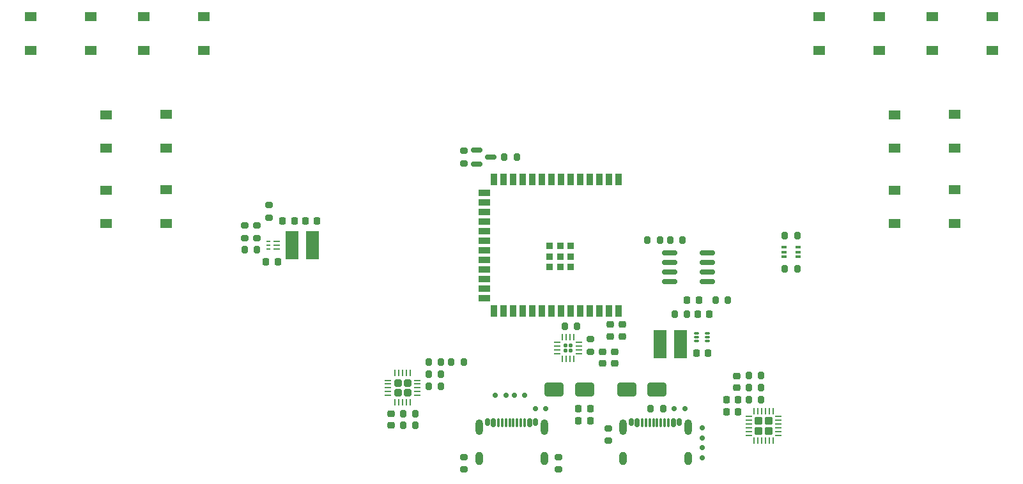
<source format=gbr>
%TF.GenerationSoftware,KiCad,Pcbnew,8.0.4*%
%TF.CreationDate,2024-09-02T08:00:42-07:00*%
%TF.ProjectId,Muffin,4d756666-696e-42e6-9b69-6361645f7063,rev?*%
%TF.SameCoordinates,Original*%
%TF.FileFunction,Paste,Bot*%
%TF.FilePolarity,Positive*%
%FSLAX46Y46*%
G04 Gerber Fmt 4.6, Leading zero omitted, Abs format (unit mm)*
G04 Created by KiCad (PCBNEW 8.0.4) date 2024-09-02 08:00:42*
%MOMM*%
%LPD*%
G01*
G04 APERTURE LIST*
G04 Aperture macros list*
%AMRoundRect*
0 Rectangle with rounded corners*
0 $1 Rounding radius*
0 $2 $3 $4 $5 $6 $7 $8 $9 X,Y pos of 4 corners*
0 Add a 4 corners polygon primitive as box body*
4,1,4,$2,$3,$4,$5,$6,$7,$8,$9,$2,$3,0*
0 Add four circle primitives for the rounded corners*
1,1,$1+$1,$2,$3*
1,1,$1+$1,$4,$5*
1,1,$1+$1,$6,$7*
1,1,$1+$1,$8,$9*
0 Add four rect primitives between the rounded corners*
20,1,$1+$1,$2,$3,$4,$5,0*
20,1,$1+$1,$4,$5,$6,$7,0*
20,1,$1+$1,$6,$7,$8,$9,0*
20,1,$1+$1,$8,$9,$2,$3,0*%
G04 Aperture macros list end*
%ADD10RoundRect,0.100000X0.225000X0.100000X-0.225000X0.100000X-0.225000X-0.100000X0.225000X-0.100000X0*%
%ADD11R,1.600000X1.300000*%
%ADD12RoundRect,0.150000X0.150000X0.355000X-0.150000X0.355000X-0.150000X-0.355000X0.150000X-0.355000X0*%
%ADD13RoundRect,0.150000X0.150000X0.425000X-0.150000X0.425000X-0.150000X-0.425000X0.150000X-0.425000X0*%
%ADD14RoundRect,0.075000X0.075000X0.500000X-0.075000X0.500000X-0.075000X-0.500000X0.075000X-0.500000X0*%
%ADD15O,1.000000X1.800000*%
%ADD16O,1.000000X2.100000*%
%ADD17RoundRect,0.225000X0.225000X0.250000X-0.225000X0.250000X-0.225000X-0.250000X0.225000X-0.250000X0*%
%ADD18RoundRect,0.200000X-0.275000X0.200000X-0.275000X-0.200000X0.275000X-0.200000X0.275000X0.200000X0*%
%ADD19RoundRect,0.250000X-1.000000X-0.650000X1.000000X-0.650000X1.000000X0.650000X-1.000000X0.650000X0*%
%ADD20RoundRect,0.200000X0.275000X-0.200000X0.275000X0.200000X-0.275000X0.200000X-0.275000X-0.200000X0*%
%ADD21RoundRect,0.200000X-0.200000X-0.275000X0.200000X-0.275000X0.200000X0.275000X-0.200000X0.275000X0*%
%ADD22RoundRect,0.225000X-0.250000X0.225000X-0.250000X-0.225000X0.250000X-0.225000X0.250000X0.225000X0*%
%ADD23RoundRect,0.250000X-0.275000X-0.275000X0.275000X-0.275000X0.275000X0.275000X-0.275000X0.275000X0*%
%ADD24RoundRect,0.062500X-0.350000X-0.062500X0.350000X-0.062500X0.350000X0.062500X-0.350000X0.062500X0*%
%ADD25RoundRect,0.062500X-0.062500X-0.350000X0.062500X-0.350000X0.062500X0.350000X-0.062500X0.350000X0*%
%ADD26RoundRect,0.250000X-0.255000X0.255000X-0.255000X-0.255000X0.255000X-0.255000X0.255000X0.255000X0*%
%ADD27RoundRect,0.062500X-0.062500X0.350000X-0.062500X-0.350000X0.062500X-0.350000X0.062500X0.350000X0*%
%ADD28RoundRect,0.062500X-0.350000X0.062500X-0.350000X-0.062500X0.350000X-0.062500X0.350000X0.062500X0*%
%ADD29RoundRect,0.200000X0.200000X0.275000X-0.200000X0.275000X-0.200000X-0.275000X0.200000X-0.275000X0*%
%ADD30RoundRect,0.150000X-0.150000X-0.200000X0.150000X-0.200000X0.150000X0.200000X-0.150000X0.200000X0*%
%ADD31RoundRect,0.125000X-0.125000X0.125000X-0.125000X-0.125000X0.125000X-0.125000X0.125000X0.125000X0*%
%ADD32O,0.600000X0.250000*%
%ADD33O,1.000000X0.250000*%
%ADD34RoundRect,0.225000X0.250000X-0.225000X0.250000X0.225000X-0.250000X0.225000X-0.250000X-0.225000X0*%
%ADD35RoundRect,0.150000X0.200000X-0.150000X0.200000X0.150000X-0.200000X0.150000X-0.200000X-0.150000X0*%
%ADD36RoundRect,0.250000X1.000000X0.650000X-1.000000X0.650000X-1.000000X-0.650000X1.000000X-0.650000X0*%
%ADD37RoundRect,0.150000X-0.587500X-0.150000X0.587500X-0.150000X0.587500X0.150000X-0.587500X0.150000X0*%
%ADD38R,0.900000X0.900000*%
%ADD39R,0.900000X1.500000*%
%ADD40R,1.500000X0.900000*%
%ADD41R,1.700000X3.700000*%
%ADD42RoundRect,0.050000X0.285000X0.100000X-0.285000X0.100000X-0.285000X-0.100000X0.285000X-0.100000X0*%
%ADD43RoundRect,0.150000X-0.200000X0.150000X-0.200000X-0.150000X0.200000X-0.150000X0.200000X0.150000X0*%
%ADD44RoundRect,0.150000X0.150000X0.200000X-0.150000X0.200000X-0.150000X-0.200000X0.150000X-0.200000X0*%
%ADD45RoundRect,0.150000X0.825000X0.150000X-0.825000X0.150000X-0.825000X-0.150000X0.825000X-0.150000X0*%
%ADD46RoundRect,0.225000X-0.225000X-0.250000X0.225000X-0.250000X0.225000X0.250000X-0.225000X0.250000X0*%
G04 APERTURE END LIST*
D10*
%TO.C,Q1*%
X160750000Y-83350000D03*
X160750000Y-84000000D03*
X160750000Y-84650000D03*
X158850000Y-84650000D03*
X158850000Y-84000000D03*
X158850000Y-83350000D03*
%TD*%
D11*
%TO.C,SW4*%
X59000000Y-57250000D03*
X67000000Y-57250000D03*
X59000000Y-52800000D03*
X67000000Y-52750000D03*
%TD*%
D12*
%TO.C,J13*%
X125950000Y-106550000D03*
D13*
X125150000Y-106620000D03*
D14*
X124000000Y-106620000D03*
X123000000Y-106620000D03*
X122500000Y-106620000D03*
X121500000Y-106620000D03*
D13*
X120350000Y-106620000D03*
D12*
X119550000Y-106550000D03*
X119550000Y-106550000D03*
D13*
X120350000Y-106620000D03*
D14*
X121000000Y-106620000D03*
X122000000Y-106620000D03*
X123500000Y-106620000D03*
X124500000Y-106620000D03*
D13*
X125150000Y-106620000D03*
D12*
X125950000Y-106550000D03*
D15*
X127070000Y-111375000D03*
D16*
X127070000Y-107195000D03*
D15*
X118430000Y-111375000D03*
D16*
X118430000Y-107195000D03*
%TD*%
D17*
%TO.C,C3*%
X152775000Y-105200000D03*
X151225000Y-105200000D03*
%TD*%
D18*
%TO.C,R2*%
X135600000Y-107375000D03*
X135600000Y-109025000D03*
%TD*%
D19*
%TO.C,D2*%
X138000000Y-102200000D03*
X142000000Y-102200000D03*
%TD*%
D20*
%TO.C,R25*%
X116400000Y-72225000D03*
X116400000Y-70575000D03*
%TD*%
D21*
%TO.C,R5*%
X154175000Y-102000000D03*
X155825000Y-102000000D03*
%TD*%
D18*
%TO.C,R33*%
X90600000Y-77775000D03*
X90600000Y-79425000D03*
%TD*%
D22*
%TO.C,C33*%
X136400000Y-97225000D03*
X136400000Y-98775000D03*
%TD*%
D21*
%TO.C,R41*%
X108375000Y-107000000D03*
X110025000Y-107000000D03*
%TD*%
D23*
%TO.C,U1*%
X155500000Y-106412500D03*
X155500000Y-107712500D03*
X156800000Y-106412500D03*
X156800000Y-107712500D03*
D24*
X154212500Y-108312500D03*
X154212500Y-107812500D03*
X154212500Y-107312500D03*
X154212500Y-106812500D03*
X154212500Y-106312500D03*
X154212500Y-105812500D03*
D25*
X154900000Y-105125000D03*
X155400000Y-105125000D03*
X155900000Y-105125000D03*
X156400000Y-105125000D03*
X156900000Y-105125000D03*
X157400000Y-105125000D03*
D24*
X158087500Y-105812500D03*
X158087500Y-106312500D03*
X158087500Y-106812500D03*
X158087500Y-107312500D03*
X158087500Y-107812500D03*
X158087500Y-108312500D03*
D25*
X157400000Y-109000000D03*
X156900000Y-109000000D03*
X156400000Y-109000000D03*
X155900000Y-109000000D03*
X155400000Y-109000000D03*
X154900000Y-109000000D03*
%TD*%
D26*
%TO.C,U10*%
X108962500Y-101375000D03*
X107712500Y-101375000D03*
X108962500Y-102625000D03*
X107712500Y-102625000D03*
D27*
X107337500Y-100062500D03*
X107837500Y-100062500D03*
X108337500Y-100062500D03*
X108837500Y-100062500D03*
X109337500Y-100062500D03*
D28*
X110275000Y-101000000D03*
X110275000Y-101500000D03*
X110275000Y-102000000D03*
X110275000Y-102500000D03*
X110275000Y-103000000D03*
D27*
X109337500Y-103937500D03*
X108837500Y-103937500D03*
X108337500Y-103937500D03*
X107837500Y-103937500D03*
X107337500Y-103937500D03*
D28*
X106400000Y-103000000D03*
X106400000Y-102500000D03*
X106400000Y-102000000D03*
X106400000Y-101500000D03*
X106400000Y-101000000D03*
%TD*%
D29*
%TO.C,R26*%
X123425000Y-71400000D03*
X121775000Y-71400000D03*
%TD*%
%TO.C,R39*%
X113425000Y-100200000D03*
X111775000Y-100200000D03*
%TD*%
D11*
%TO.C,SW2*%
X163500000Y-57250000D03*
X171500000Y-57250000D03*
X163500000Y-52800000D03*
X171500000Y-52750000D03*
%TD*%
D21*
%TO.C,R38*%
X108375000Y-105400000D03*
X110025000Y-105400000D03*
%TD*%
D11*
%TO.C,SW8*%
X173500000Y-80250000D03*
X181500000Y-80250000D03*
X173500000Y-75800000D03*
X181500000Y-75750000D03*
%TD*%
D21*
%TO.C,R27*%
X87375000Y-83700000D03*
X89025000Y-83700000D03*
%TD*%
D22*
%TO.C,C34*%
X134800000Y-97225000D03*
X134800000Y-98775000D03*
%TD*%
D30*
%TO.C,D7*%
X127300000Y-104800000D03*
X125900000Y-104800000D03*
%TD*%
D29*
%TO.C,R31*%
X146025000Y-92200000D03*
X144375000Y-92200000D03*
%TD*%
D21*
%TO.C,R6*%
X154175000Y-103600000D03*
X155825000Y-103600000D03*
%TD*%
%TO.C,R32*%
X149775000Y-90400000D03*
X151425000Y-90400000D03*
%TD*%
D31*
%TO.C,U13*%
X130560000Y-96400000D03*
X129940000Y-96400000D03*
X130560000Y-97020000D03*
X129940000Y-97020000D03*
D27*
X129500000Y-95272500D03*
X130000000Y-95272500D03*
X130500000Y-95272500D03*
X131000000Y-95272500D03*
D28*
X131687500Y-95960000D03*
X131687500Y-96460000D03*
X131687500Y-96960000D03*
X131687500Y-97460000D03*
D27*
X131000000Y-98147500D03*
X130500000Y-98147500D03*
X130000000Y-98147500D03*
X129500000Y-98147500D03*
D28*
X128812500Y-97460000D03*
X128812500Y-96960000D03*
X128812500Y-96460000D03*
X128812500Y-95960000D03*
%TD*%
D30*
%TO.C,D6*%
X124500000Y-103000000D03*
X123100000Y-103000000D03*
%TD*%
D22*
%TO.C,C15*%
X135800000Y-93625000D03*
X135800000Y-95175000D03*
%TD*%
D21*
%TO.C,R22*%
X140775000Y-82400000D03*
X142425000Y-82400000D03*
%TD*%
D17*
%TO.C,C36*%
X133175000Y-106400000D03*
X131625000Y-106400000D03*
%TD*%
D20*
%TO.C,R23*%
X129000000Y-112825000D03*
X129000000Y-111175000D03*
%TD*%
D32*
%TO.C,U7*%
X90550000Y-83600000D03*
X90550000Y-83100000D03*
X90550000Y-82600000D03*
D33*
X91650000Y-82600000D03*
X91650000Y-83100000D03*
X91650000Y-83600000D03*
%TD*%
D17*
%TO.C,C2*%
X152775000Y-103600000D03*
X151225000Y-103600000D03*
%TD*%
D20*
%TO.C,R24*%
X116400000Y-112825000D03*
X116400000Y-111175000D03*
%TD*%
D17*
%TO.C,C35*%
X133175000Y-104800000D03*
X131625000Y-104800000D03*
%TD*%
D34*
%TO.C,C1*%
X152600000Y-101975000D03*
X152600000Y-100425000D03*
%TD*%
D11*
%TO.C,SW7*%
X173500000Y-70250000D03*
X181500000Y-70250000D03*
X173500000Y-65800000D03*
X181500000Y-65750000D03*
%TD*%
D21*
%TO.C,RT2*%
X114775000Y-98600000D03*
X116425000Y-98600000D03*
%TD*%
%TO.C,R1*%
X141175000Y-104800000D03*
X142825000Y-104800000D03*
%TD*%
D11*
%TO.C,SW3*%
X74000000Y-57250000D03*
X82000000Y-57250000D03*
X74000000Y-52800000D03*
X82000000Y-52750000D03*
%TD*%
D35*
%TO.C,D3*%
X148000000Y-107300000D03*
X148000000Y-108700000D03*
%TD*%
D21*
%TO.C,RT1*%
X111775000Y-98600000D03*
X113425000Y-98600000D03*
%TD*%
D36*
%TO.C,D8*%
X132400000Y-102200000D03*
X128400000Y-102200000D03*
%TD*%
D17*
%TO.C,C19*%
X148775000Y-97400000D03*
X147225000Y-97400000D03*
%TD*%
D37*
%TO.C,Q2*%
X118125000Y-72350000D03*
X118125000Y-70450000D03*
X120000000Y-71400000D03*
%TD*%
D17*
%TO.C,C18*%
X91775000Y-85300000D03*
X90225000Y-85300000D03*
%TD*%
D20*
%TO.C,R44*%
X133200000Y-97225000D03*
X133200000Y-95575000D03*
%TD*%
D11*
%TO.C,SW6*%
X69000000Y-80250000D03*
X77000000Y-80250000D03*
X69000000Y-75800000D03*
X77000000Y-75750000D03*
%TD*%
D38*
%TO.C,U4*%
X127800000Y-86000000D03*
X129200000Y-85995606D03*
X130600000Y-85995606D03*
X127800000Y-84600000D03*
X129200000Y-84595606D03*
X130600000Y-84595606D03*
X127800000Y-83200000D03*
X129200000Y-83195606D03*
X130600000Y-83195606D03*
D39*
X136920000Y-91845606D03*
X135650000Y-91845606D03*
X134380000Y-91845606D03*
X133110000Y-91845606D03*
X131840000Y-91845606D03*
X130570000Y-91845606D03*
X129300000Y-91845606D03*
X128030000Y-91845606D03*
X126760000Y-91845606D03*
X125490000Y-91845606D03*
X124220000Y-91845606D03*
X122950000Y-91845606D03*
X121680000Y-91845606D03*
X120410000Y-91845606D03*
D40*
X119160000Y-90080606D03*
X119160000Y-88810606D03*
X119160000Y-87540606D03*
X119160000Y-86270606D03*
X119160000Y-85000606D03*
X119160000Y-83730606D03*
X119160000Y-82460606D03*
X119160000Y-81190606D03*
X119160000Y-79920606D03*
X119160000Y-78650606D03*
X119160000Y-77380606D03*
X119160000Y-76110606D03*
D39*
X120410000Y-74345606D03*
X121680000Y-74345606D03*
X122950000Y-74345606D03*
X124220000Y-74345606D03*
X125490000Y-74345606D03*
X126760000Y-74345606D03*
X128030000Y-74345606D03*
X129300000Y-74345606D03*
X130570000Y-74345606D03*
X131840000Y-74345606D03*
X133110000Y-74345606D03*
X134380000Y-74345606D03*
X135650000Y-74345606D03*
X136920000Y-74345606D03*
%TD*%
D29*
%TO.C,R40*%
X113425000Y-101800000D03*
X111775000Y-101800000D03*
%TD*%
%TO.C,R21*%
X145425000Y-82400000D03*
X143775000Y-82400000D03*
%TD*%
D41*
%TO.C,L2*%
X93650000Y-83100000D03*
X96350000Y-83100000D03*
%TD*%
D18*
%TO.C,R34*%
X89000000Y-80475000D03*
X89000000Y-82125000D03*
%TD*%
D22*
%TO.C,C14*%
X137400000Y-93625000D03*
X137400000Y-95175000D03*
%TD*%
D12*
%TO.C,J1*%
X145000000Y-106550000D03*
D13*
X144200000Y-106620000D03*
D14*
X143050000Y-106620000D03*
X142050000Y-106620000D03*
X141550000Y-106620000D03*
X140550000Y-106620000D03*
D13*
X139400000Y-106620000D03*
D12*
X138600000Y-106550000D03*
X138600000Y-106550000D03*
D13*
X139400000Y-106620000D03*
D14*
X140050000Y-106620000D03*
X141050000Y-106620000D03*
X142550000Y-106620000D03*
X143550000Y-106620000D03*
D13*
X144200000Y-106620000D03*
D12*
X145000000Y-106550000D03*
D15*
X146120000Y-111375000D03*
D16*
X146120000Y-107195000D03*
D15*
X137480000Y-111375000D03*
D16*
X137480000Y-107195000D03*
%TD*%
D42*
%TO.C,U8*%
X148740000Y-94800000D03*
X148740000Y-95300000D03*
X148740000Y-95800000D03*
X147260000Y-95800000D03*
X147260000Y-95300000D03*
X147260000Y-94800000D03*
%TD*%
D41*
%TO.C,L1*%
X142450000Y-96200000D03*
X145150000Y-96200000D03*
%TD*%
D17*
%TO.C,C22*%
X96975000Y-79900000D03*
X95425000Y-79900000D03*
%TD*%
D11*
%TO.C,SW5*%
X69000000Y-70250000D03*
X77000000Y-70250000D03*
X69000000Y-65800000D03*
X77000000Y-65750000D03*
%TD*%
D43*
%TO.C,D4*%
X148000000Y-111300000D03*
X148000000Y-109900000D03*
%TD*%
D44*
%TO.C,D5*%
X120600000Y-103000000D03*
X122000000Y-103000000D03*
%TD*%
D29*
%TO.C,R4*%
X160625000Y-81800000D03*
X158975000Y-81800000D03*
%TD*%
D45*
%TO.C,U5*%
X148675000Y-84095000D03*
X148675000Y-85365000D03*
X148675000Y-86635000D03*
X148675000Y-87905000D03*
X143725000Y-87905000D03*
X143725000Y-86635000D03*
X143725000Y-85365000D03*
X143725000Y-84095000D03*
%TD*%
D11*
%TO.C,SW1*%
X178500000Y-57250000D03*
X186500000Y-57250000D03*
X178500000Y-52800000D03*
X186500000Y-52750000D03*
%TD*%
D29*
%TO.C,R45*%
X131425000Y-93800000D03*
X129775000Y-93800000D03*
%TD*%
D46*
%TO.C,C23*%
X147425000Y-92200000D03*
X148975000Y-92200000D03*
%TD*%
D17*
%TO.C,C25*%
X147575000Y-90400000D03*
X146025000Y-90400000D03*
%TD*%
D21*
%TO.C,R7*%
X154175000Y-100400000D03*
X155825000Y-100400000D03*
%TD*%
D30*
%TO.C,D1*%
X145700000Y-104800000D03*
X144300000Y-104800000D03*
%TD*%
D21*
%TO.C,R3*%
X158975000Y-86200000D03*
X160625000Y-86200000D03*
%TD*%
D20*
%TO.C,R36*%
X87400000Y-82125000D03*
X87400000Y-80475000D03*
%TD*%
D17*
%TO.C,C24*%
X93975000Y-79900000D03*
X92425000Y-79900000D03*
%TD*%
D22*
%TO.C,C28*%
X106800000Y-105425000D03*
X106800000Y-106975000D03*
%TD*%
M02*

</source>
